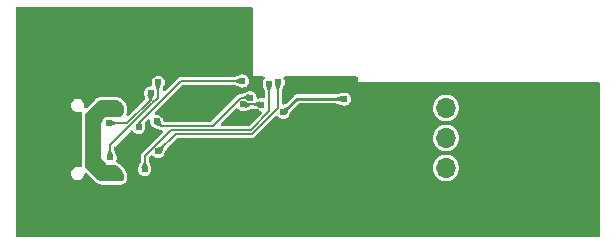
<source format=gbr>
%TF.GenerationSoftware,KiCad,Pcbnew,(7.0.0)*%
%TF.CreationDate,2023-09-28T18:00:51+08:00*%
%TF.ProjectId,PD_Fan,50445f46-616e-42e6-9b69-6361645f7063,rev?*%
%TF.SameCoordinates,Original*%
%TF.FileFunction,Copper,L2,Bot*%
%TF.FilePolarity,Positive*%
%FSLAX46Y46*%
G04 Gerber Fmt 4.6, Leading zero omitted, Abs format (unit mm)*
G04 Created by KiCad (PCBNEW (7.0.0)) date 2023-09-28 18:00:51*
%MOMM*%
%LPD*%
G01*
G04 APERTURE LIST*
%TA.AperFunction,ComponentPad*%
%ADD10O,1.600000X1.000000*%
%TD*%
%TA.AperFunction,ComponentPad*%
%ADD11O,2.100000X1.000000*%
%TD*%
%TA.AperFunction,ComponentPad*%
%ADD12R,1.700000X1.700000*%
%TD*%
%TA.AperFunction,ComponentPad*%
%ADD13O,1.700000X1.700000*%
%TD*%
%TA.AperFunction,ViaPad*%
%ADD14C,0.609600*%
%TD*%
%TA.AperFunction,Conductor*%
%ADD15C,0.177800*%
%TD*%
%TA.AperFunction,Conductor*%
%ADD16C,0.254000*%
%TD*%
G04 APERTURE END LIST*
D10*
%TO.P,J2,S1,SHIELD*%
%TO.N,GND*%
X1838999Y4151999D03*
D11*
X6018999Y4151999D03*
D10*
X1838999Y12891999D03*
D11*
X6018999Y12891999D03*
%TD*%
D12*
%TO.P,J1,1,Pin_1*%
%TO.N,GND*%
X36691199Y3571999D03*
D13*
%TO.P,J1,2,Pin_2*%
%TO.N,USB-VIN*%
X36691199Y6111999D03*
%TO.P,J1,3,Pin_3*%
%TO.N,/Sense*%
X36691199Y8651999D03*
%TO.P,J1,4,Pin_4*%
%TO.N,/Control*%
X36691199Y11191999D03*
%TD*%
D14*
%TO.N,GND*%
X22428200Y9271000D03*
X46990000Y12700000D03*
X44450000Y12700000D03*
X41910000Y12700000D03*
X39370000Y12700000D03*
X7620000Y1270000D03*
X5080000Y1270000D03*
X2540000Y1270000D03*
X16510000Y11954000D03*
X15494000Y11954000D03*
X15494000Y10938000D03*
X16510000Y10938000D03*
X16002000Y10430000D03*
X16002000Y11446000D03*
X16002000Y12462000D03*
X25908000Y4080000D03*
X23241000Y4080000D03*
X11430000Y4842000D03*
X13716000Y7763000D03*
X25781000Y13478000D03*
X28702000Y12589000D03*
X28194000Y13478000D03*
X34036000Y11700000D03*
X31750000Y11700000D03*
X34925000Y9795000D03*
X17399000Y4080000D03*
X14224000Y4080000D03*
X15748000Y4080000D03*
X21336000Y4080000D03*
X20193000Y4080000D03*
X19050000Y4080000D03*
X2540000Y9160000D03*
X2540000Y6620000D03*
X1270000Y5350000D03*
X3810000Y5350000D03*
X1270000Y7890000D03*
X3810000Y7890000D03*
X1270000Y10430000D03*
X3810000Y10430000D03*
X3810000Y13097000D03*
X44450000Y7890000D03*
X46990000Y7890000D03*
X46990000Y10430000D03*
X44450000Y10430000D03*
X41910000Y10430000D03*
X39370000Y10430000D03*
X41910000Y7890000D03*
X39370000Y7890000D03*
X46990000Y2810000D03*
X46990000Y5350000D03*
X44450000Y5350000D03*
X39370000Y5350000D03*
X41910000Y5350000D03*
X41910000Y2810000D03*
X44450000Y2810000D03*
X39370000Y2810000D03*
X6350000Y2810000D03*
X3810000Y2810000D03*
X1270000Y2810000D03*
X8890000Y15510000D03*
X6350000Y15510000D03*
X11430000Y15510000D03*
X13970000Y15510000D03*
X16510000Y15510000D03*
X19050000Y15510000D03*
X19050000Y18050000D03*
X16510000Y18050000D03*
X13970000Y18050000D03*
X11430000Y18050000D03*
X8890000Y18050000D03*
X6350000Y18050000D03*
X3810000Y15510000D03*
X1270000Y15510000D03*
X3810000Y18050000D03*
X1270000Y18050000D03*
X11176000Y8093200D03*
X10160000Y8093200D03*
%TO.N,USB-VIN*%
X9017000Y10938000D03*
X8382000Y10938000D03*
X8636000Y11496800D03*
X9017000Y5350000D03*
X8382000Y5350000D03*
X8382000Y5985000D03*
%TO.N,GND*%
X14224000Y5223000D03*
X15240000Y7763000D03*
X19177000Y8398000D03*
%TO.N,/C-USBDM*%
X10668000Y9541000D03*
%TO.N,GND*%
X22174200Y9880600D03*
X20066000Y10303000D03*
X20574000Y10811000D03*
%TO.N,/C-USBDM*%
X19431000Y13478000D03*
%TO.N,GND*%
X34163000Y7128000D03*
X32766000Y9922000D03*
X32766000Y9287000D03*
X32766000Y8652000D03*
X31496000Y6239000D03*
X30861000Y5985000D03*
X30861000Y6620000D03*
X30226000Y7509000D03*
X26619200Y8499600D03*
X25958800Y9160000D03*
X27279600Y9160000D03*
X26619200Y9160000D03*
X26619200Y9820400D03*
%TO.N,Net-(U3-VDCIA)*%
X28069607Y11951839D03*
X22913000Y10811000D03*
%TO.N,Net-(J2-CC2)*%
X12319000Y13351000D03*
X8255000Y7001000D03*
%TO.N,/C-USBDP*%
X21717000Y13261600D03*
X11176000Y5985000D03*
%TO.N,/VIN_DET*%
X12319000Y7509000D03*
%TO.N,Net-(J2-CC1)*%
X11684000Y12447000D03*
X8128000Y9922000D03*
%TO.N,/VIN_DET*%
X22479000Y13351000D03*
%TO.N,/CFG1*%
X12192000Y10049000D03*
X20090200Y12056801D03*
%TO.N,/CFG3*%
X19521099Y11487699D03*
X21052649Y11475351D03*
%TD*%
D15*
%TO.N,/C-USBDM*%
X14224000Y13478000D02*
X10668000Y9922000D01*
X10668000Y9922000D02*
X10668000Y9541000D01*
X19431000Y13478000D02*
X14224000Y13478000D01*
%TO.N,/C-USBDP*%
X11176000Y7138303D02*
X13375497Y9337800D01*
X11176000Y5985000D02*
X11176000Y7138303D01*
X21717000Y10896974D02*
X21717000Y13261600D01*
X20157826Y9337800D02*
X21717000Y10896974D01*
X13375497Y9337800D02*
X20157826Y9337800D01*
%TO.N,/VIN_DET*%
X13817600Y9007600D02*
X12319000Y7509000D01*
X20294599Y9007600D02*
X13817600Y9007600D01*
X22479000Y11192000D02*
X20294599Y9007600D01*
X22479000Y13351000D02*
X22479000Y11192000D01*
%TO.N,/CFG1*%
X16929096Y9668000D02*
X19317897Y12056801D01*
X12573000Y9668000D02*
X16929096Y9668000D01*
X12192000Y10049000D02*
X12573000Y9668000D01*
X19317897Y12056801D02*
X20090200Y12056801D01*
%TO.N,Net-(J2-CC1)*%
X11684000Y11903200D02*
X11684000Y12447000D01*
X9693026Y9922000D02*
X11674226Y11903200D01*
X11674226Y11903200D02*
X11684000Y11903200D01*
X8128000Y9922000D02*
X9693026Y9922000D01*
%TO.N,Net-(J2-CC2)*%
X12319000Y12070697D02*
X12319000Y13351000D01*
X11811000Y11573000D02*
X11821303Y11573000D01*
X11821303Y11573000D02*
X12319000Y12070697D01*
X8255000Y7001000D02*
X8255000Y8017000D01*
X8255000Y8017000D02*
X11811000Y11573000D01*
D16*
%TO.N,Net-(U3-VDCIA)*%
X24053839Y11951839D02*
X28069607Y11951839D01*
X22913000Y10811000D02*
X24053839Y11951839D01*
D15*
%TO.N,/CFG3*%
X21040301Y11487699D02*
X19521099Y11487699D01*
X21052649Y11475351D02*
X21040301Y11487699D01*
%TD*%
%TA.AperFunction,Conductor*%
%TO.N,GND*%
G36*
X20257000Y19728619D02*
G01*
X20303119Y19682500D01*
X20320000Y19619500D01*
X20320000Y13859000D01*
X21214917Y13859000D01*
X21281453Y13840000D01*
X21327923Y13788728D01*
X21340310Y13720650D01*
X21314880Y13656297D01*
X21228453Y13543663D01*
X21225296Y13536041D01*
X21225294Y13536038D01*
X21175254Y13415232D01*
X21172096Y13407607D01*
X21171018Y13399423D01*
X21171018Y13399421D01*
X21163566Y13342812D01*
X21152874Y13261600D01*
X21153952Y13253412D01*
X21171017Y13123783D01*
X21171018Y13123777D01*
X21172096Y13115593D01*
X21175255Y13107964D01*
X21175258Y13107956D01*
X21188352Y13076345D01*
X21195924Y13050592D01*
X21196785Y13045839D01*
X21196787Y13045829D01*
X21197874Y13039833D01*
X21200091Y13034160D01*
X21200093Y13034155D01*
X21297732Y12784379D01*
X21362627Y12618364D01*
X21364953Y12612415D01*
X21373600Y12566542D01*
X21373600Y12136364D01*
X21358727Y12076978D01*
X21317621Y12031611D01*
X21259984Y12010974D01*
X21214983Y12017634D01*
X21214266Y12014957D01*
X21206283Y12017095D01*
X21198656Y12020255D01*
X21052649Y12039477D01*
X20906642Y12020255D01*
X20899015Y12017095D01*
X20899012Y12017095D01*
X20872022Y12005915D01*
X20844054Y11997961D01*
X20835939Y11996640D01*
X20818107Y11990083D01*
X20762586Y11982920D01*
X20709438Y12000517D01*
X20669161Y12039402D01*
X20649705Y12091894D01*
X20635104Y12202808D01*
X20578747Y12338864D01*
X20489097Y12455698D01*
X20372263Y12545348D01*
X20236207Y12601705D01*
X20090200Y12620927D01*
X19944193Y12601705D01*
X19904939Y12585445D01*
X19879180Y12577873D01*
X19868432Y12575927D01*
X19622440Y12479768D01*
X19441013Y12408848D01*
X19395140Y12400201D01*
X19338389Y12400201D01*
X19327407Y12400680D01*
X19287506Y12404171D01*
X19248800Y12393799D01*
X19238083Y12391424D01*
X19220991Y12388410D01*
X19209491Y12386383D01*
X19209490Y12386382D01*
X19198636Y12384469D01*
X19189089Y12378957D01*
X19185058Y12377490D01*
X19181178Y12375680D01*
X19170531Y12372828D01*
X19161503Y12366506D01*
X19161502Y12366506D01*
X19137714Y12349849D01*
X19128442Y12343942D01*
X19093759Y12323918D01*
X19086674Y12315475D01*
X19086672Y12315473D01*
X19068010Y12293232D01*
X19060584Y12285129D01*
X16823760Y10048305D01*
X16782883Y10020991D01*
X16734665Y10011400D01*
X12902937Y10011400D01*
X12854790Y10020962D01*
X12813951Y10048196D01*
X12786617Y10088968D01*
X12764339Y10142473D01*
X12717645Y10254620D01*
X12710382Y10265454D01*
X12698635Y10287394D01*
X12690591Y10306814D01*
X12680547Y10331063D01*
X12590897Y10447897D01*
X12474063Y10537547D01*
X12338007Y10593904D01*
X12192000Y10613126D01*
X12160128Y10608930D01*
X12098529Y10616221D01*
X12047872Y10652021D01*
X12020436Y10707655D01*
X12022872Y10769638D01*
X12054588Y10822947D01*
X14329336Y13097695D01*
X14370213Y13125009D01*
X14418431Y13134600D01*
X18735942Y13134600D01*
X18781814Y13125953D01*
X18827854Y13107956D01*
X19203555Y12961093D01*
X19203560Y12961091D01*
X19209233Y12958874D01*
X19215229Y12957787D01*
X19215239Y12957785D01*
X19219992Y12956924D01*
X19245745Y12949352D01*
X19277356Y12936258D01*
X19277364Y12936255D01*
X19284993Y12933096D01*
X19293177Y12932018D01*
X19293183Y12932017D01*
X19422812Y12914952D01*
X19431000Y12913874D01*
X19439188Y12914952D01*
X19568821Y12932018D01*
X19568823Y12932018D01*
X19577007Y12933096D01*
X19584629Y12936253D01*
X19584632Y12936254D01*
X19705438Y12986294D01*
X19705441Y12986296D01*
X19713063Y12989453D01*
X19829897Y13079103D01*
X19919547Y13195937D01*
X19975904Y13331993D01*
X19995126Y13478000D01*
X19975904Y13624007D01*
X19919547Y13760063D01*
X19829897Y13876897D01*
X19713063Y13966547D01*
X19577007Y14022904D01*
X19431000Y14042126D01*
X19284993Y14022904D01*
X19245739Y14006644D01*
X19219980Y13999072D01*
X19209232Y13997126D01*
X18793256Y13834520D01*
X18781813Y13830047D01*
X18735940Y13821400D01*
X14244469Y13821400D01*
X14233487Y13821880D01*
X14232881Y13821932D01*
X14193609Y13825369D01*
X14154914Y13815000D01*
X14144197Y13812625D01*
X14104739Y13805668D01*
X14095188Y13800154D01*
X14091169Y13798691D01*
X14087283Y13796879D01*
X14076634Y13794026D01*
X14067605Y13787704D01*
X14043818Y13771048D01*
X14034548Y13765143D01*
X13999862Y13745117D01*
X13989695Y13733000D01*
X13974113Y13714431D01*
X13966687Y13706328D01*
X12909770Y12649411D01*
X12850580Y12616106D01*
X12782702Y12618364D01*
X12725856Y12655528D01*
X12696559Y12716801D01*
X12703322Y12784379D01*
X12724809Y12839347D01*
X12838126Y13129232D01*
X12840072Y13139980D01*
X12847644Y13165739D01*
X12863904Y13204993D01*
X12883126Y13351000D01*
X12863904Y13497007D01*
X12807547Y13633063D01*
X12717897Y13749897D01*
X12601063Y13839547D01*
X12465007Y13895904D01*
X12319000Y13915126D01*
X12172993Y13895904D01*
X12036937Y13839547D01*
X11920103Y13749897D01*
X11830453Y13633063D01*
X11827296Y13625441D01*
X11827294Y13625438D01*
X11790263Y13536038D01*
X11774096Y13497007D01*
X11773018Y13488823D01*
X11773018Y13488821D01*
X11763330Y13415232D01*
X11754874Y13351000D01*
X11755952Y13342812D01*
X11773017Y13213183D01*
X11773018Y13213181D01*
X11774096Y13204993D01*
X11777255Y13197366D01*
X11777257Y13197359D01*
X11782749Y13184101D01*
X11792068Y13127643D01*
X11775456Y13072886D01*
X11736339Y13031122D01*
X11682784Y13010966D01*
X11664402Y13008545D01*
X11537993Y12991904D01*
X11401937Y12935547D01*
X11285103Y12845897D01*
X11195453Y12729063D01*
X11192296Y12721441D01*
X11192294Y12721438D01*
X11142254Y12600632D01*
X11139096Y12593007D01*
X11138018Y12584823D01*
X11138018Y12584821D01*
X11126423Y12496743D01*
X11119874Y12447000D01*
X11120952Y12438812D01*
X11138017Y12309183D01*
X11138018Y12309177D01*
X11139096Y12300993D01*
X11142255Y12293365D01*
X11142256Y12293363D01*
X11142673Y12292356D01*
X11153335Y12266615D01*
X11155743Y12260803D01*
X11163241Y12235449D01*
X11165307Y12224251D01*
X11167556Y12218562D01*
X11167558Y12218556D01*
X11232456Y12054415D01*
X11241275Y12006728D01*
X11231429Y11959242D01*
X11204377Y11918992D01*
X9840874Y10555489D01*
X9784771Y10522980D01*
X9719930Y10522676D01*
X9663524Y10554656D01*
X9630490Y10610452D01*
X9629655Y10669716D01*
X9628401Y10669966D01*
X9633983Y10698030D01*
X9650093Y10779017D01*
X9653830Y10804210D01*
X9656251Y10828792D01*
X9657500Y10854226D01*
X9657500Y11275774D01*
X9656251Y11301208D01*
X9653830Y11325790D01*
X9650093Y11350983D01*
X9628401Y11460033D01*
X9613633Y11508714D01*
X9594819Y11554134D01*
X9570839Y11598996D01*
X9509066Y11691446D01*
X9493892Y11711906D01*
X9478222Y11730999D01*
X9461124Y11749863D01*
X9320863Y11890124D01*
X9301999Y11907222D01*
X9282906Y11922892D01*
X9262446Y11938066D01*
X9169996Y11999839D01*
X9125134Y12023819D01*
X9079714Y12042633D01*
X9031033Y12057401D01*
X8921983Y12079093D01*
X8896790Y12082830D01*
X8872208Y12085251D01*
X8846774Y12086500D01*
X7409226Y12086500D01*
X7383792Y12085251D01*
X7359210Y12082830D01*
X7334017Y12079093D01*
X7224966Y12057401D01*
X7176285Y12042633D01*
X7130865Y12023819D01*
X7086003Y11999839D01*
X6993553Y11938066D01*
X6973093Y11922892D01*
X6954000Y11907222D01*
X6935136Y11890124D01*
X6934016Y11889004D01*
X6273175Y11228163D01*
X6219866Y11196447D01*
X6157883Y11194011D01*
X6102249Y11221447D01*
X6066449Y11272104D01*
X6059158Y11333705D01*
X6066269Y11387713D01*
X6069466Y11412000D01*
X6049687Y11562236D01*
X5991698Y11702233D01*
X5899451Y11822451D01*
X5779233Y11914698D01*
X5639236Y11972687D01*
X5526720Y11987500D01*
X5451280Y11987500D01*
X5338764Y11972687D01*
X5198767Y11914698D01*
X5192213Y11909669D01*
X5166742Y11890124D01*
X5078549Y11822451D01*
X5073522Y11815900D01*
X4994641Y11713100D01*
X4986302Y11702233D01*
X4983142Y11694606D01*
X4983141Y11694603D01*
X4943094Y11597920D01*
X4928313Y11562236D01*
X4927235Y11554053D01*
X4927234Y11554047D01*
X4914457Y11456993D01*
X4908534Y11412000D01*
X4909612Y11403813D01*
X4909612Y11403812D01*
X4927234Y11269952D01*
X4927236Y11269944D01*
X4928313Y11261764D01*
X4931472Y11254137D01*
X4931473Y11254134D01*
X4983141Y11129396D01*
X4983144Y11129390D01*
X4986302Y11121767D01*
X4991326Y11115218D01*
X4991330Y11115213D01*
X5073522Y11008099D01*
X5073526Y11008094D01*
X5078549Y11001549D01*
X5085094Y10996526D01*
X5085099Y10996522D01*
X5192213Y10914330D01*
X5192218Y10914326D01*
X5198767Y10909302D01*
X5206390Y10906144D01*
X5206396Y10906141D01*
X5331134Y10854473D01*
X5331137Y10854472D01*
X5338764Y10851313D01*
X5346944Y10850236D01*
X5346952Y10850234D01*
X5447192Y10837038D01*
X5447194Y10837037D01*
X5451280Y10836500D01*
X5522598Y10836500D01*
X5526720Y10836500D01*
X5530807Y10837038D01*
X5631047Y10850234D01*
X5631053Y10850235D01*
X5639236Y10851313D01*
X5646865Y10854473D01*
X5705181Y10878628D01*
X5774940Y10886364D01*
X5838015Y10855580D01*
X5874834Y10795827D01*
X5873974Y10725646D01*
X5866498Y10701002D01*
X5866490Y10700973D01*
X5865598Y10698030D01*
X5843907Y10588980D01*
X5840171Y10563790D01*
X5840020Y10562263D01*
X5840019Y10562250D01*
X5839137Y10553288D01*
X5837750Y10539209D01*
X5837674Y10537678D01*
X5837674Y10537668D01*
X5837336Y10530787D01*
X5836500Y10513774D01*
X5836500Y6409226D01*
X5837750Y6383791D01*
X5837899Y6382275D01*
X5837901Y6382252D01*
X5840019Y6360750D01*
X5840171Y6359210D01*
X5840395Y6357697D01*
X5840398Y6357676D01*
X5843676Y6335576D01*
X5843679Y6335556D01*
X5843907Y6334022D01*
X5844209Y6332500D01*
X5844213Y6332481D01*
X5846934Y6318800D01*
X5841987Y6251772D01*
X5803284Y6196823D01*
X5741839Y6169588D01*
X5675135Y6177816D01*
X5639236Y6192687D01*
X5526720Y6207500D01*
X5451280Y6207500D01*
X5338764Y6192687D01*
X5198767Y6134698D01*
X5192213Y6129669D01*
X5161620Y6106194D01*
X5078549Y6042451D01*
X5073522Y6035900D01*
X4996207Y5935141D01*
X4986302Y5922233D01*
X4983142Y5914606D01*
X4983141Y5914603D01*
X4950691Y5836262D01*
X4928313Y5782236D01*
X4927235Y5774053D01*
X4927234Y5774047D01*
X4914551Y5677707D01*
X4908534Y5632000D01*
X4909612Y5623812D01*
X4927234Y5489952D01*
X4927236Y5489944D01*
X4928313Y5481764D01*
X4931472Y5474137D01*
X4931473Y5474134D01*
X4983141Y5349396D01*
X4983144Y5349390D01*
X4986302Y5341767D01*
X4991326Y5335218D01*
X4991330Y5335213D01*
X5073522Y5228099D01*
X5073526Y5228094D01*
X5078549Y5221549D01*
X5085094Y5216526D01*
X5085099Y5216522D01*
X5192213Y5134330D01*
X5192218Y5134326D01*
X5198767Y5129302D01*
X5206390Y5126144D01*
X5206396Y5126141D01*
X5331134Y5074473D01*
X5331137Y5074472D01*
X5338764Y5071313D01*
X5346944Y5070236D01*
X5346952Y5070234D01*
X5447192Y5057038D01*
X5447194Y5057037D01*
X5451280Y5056500D01*
X5522598Y5056500D01*
X5526720Y5056500D01*
X5530807Y5057038D01*
X5631047Y5070234D01*
X5631053Y5070235D01*
X5639236Y5071313D01*
X5659793Y5079828D01*
X5771603Y5126141D01*
X5771606Y5126142D01*
X5779233Y5129302D01*
X5801825Y5146637D01*
X5892900Y5216522D01*
X5899451Y5221549D01*
X5991698Y5341767D01*
X6049687Y5481764D01*
X6067125Y5614219D01*
X6094648Y5677707D01*
X6151546Y5717086D01*
X6220659Y5720482D01*
X6281142Y5686869D01*
X7062141Y4905870D01*
X7063266Y4904849D01*
X7063279Y4904838D01*
X7079879Y4889792D01*
X7079903Y4889770D01*
X7081010Y4888768D01*
X7082179Y4887807D01*
X7082196Y4887794D01*
X7098907Y4874080D01*
X7100093Y4873107D01*
X7101309Y4872204D01*
X7101331Y4872188D01*
X7119303Y4858859D01*
X7119319Y4858847D01*
X7120547Y4857937D01*
X7121798Y4857100D01*
X7121828Y4857080D01*
X7210424Y4797882D01*
X7210432Y4797876D01*
X7213005Y4796158D01*
X7215732Y4794699D01*
X7215746Y4794692D01*
X7255125Y4773643D01*
X7255135Y4773637D01*
X7257867Y4772178D01*
X7260725Y4770994D01*
X7260738Y4770988D01*
X7300426Y4754548D01*
X7300444Y4754541D01*
X7303282Y4753366D01*
X7306211Y4752477D01*
X7306235Y4752469D01*
X7349003Y4739497D01*
X7349010Y4739495D01*
X7351968Y4738598D01*
X7355001Y4737994D01*
X7355008Y4737993D01*
X7459483Y4717212D01*
X7459526Y4717204D01*
X7461022Y4716907D01*
X7462555Y4716679D01*
X7462576Y4716676D01*
X7484676Y4713398D01*
X7484697Y4713395D01*
X7486210Y4713171D01*
X7487736Y4713020D01*
X7487750Y4713019D01*
X7509252Y4710901D01*
X7509275Y4710899D01*
X7510791Y4710750D01*
X7512318Y4710674D01*
X7512331Y4710674D01*
X7534675Y4709576D01*
X7534684Y4709575D01*
X7536226Y4709500D01*
X9167237Y4709500D01*
X9168787Y4709500D01*
X9170330Y4709575D01*
X9170337Y4709576D01*
X9192686Y4710674D01*
X9192705Y4710675D01*
X9194223Y4710750D01*
X9195719Y4710897D01*
X9195755Y4710900D01*
X9217250Y4713018D01*
X9217251Y4713018D01*
X9218803Y4713171D01*
X9220336Y4713398D01*
X9220349Y4713400D01*
X9242434Y4716676D01*
X9242441Y4716677D01*
X9243990Y4716907D01*
X9245492Y4717205D01*
X9245528Y4717212D01*
X9287167Y4725494D01*
X9287185Y4725498D01*
X9290204Y4726099D01*
X9293168Y4726998D01*
X9335924Y4739966D01*
X9335939Y4739971D01*
X9338885Y4740865D01*
X9341735Y4742045D01*
X9341742Y4742048D01*
X9381444Y4758493D01*
X9384305Y4759678D01*
X9410433Y4773643D01*
X9426443Y4782200D01*
X9426449Y4782204D01*
X9429170Y4783658D01*
X9457829Y4802807D01*
X9497154Y4835081D01*
X9531919Y4869846D01*
X9564194Y4909173D01*
X9569739Y4917472D01*
X9581618Y4935250D01*
X9581622Y4935257D01*
X9583342Y4937831D01*
X9607319Y4982691D01*
X9626132Y5028109D01*
X9640900Y5076789D01*
X9650093Y5123004D01*
X9653830Y5148197D01*
X9656251Y5172779D01*
X9657500Y5198213D01*
X9657500Y5560774D01*
X9656251Y5586208D01*
X9653830Y5610790D01*
X9650093Y5635983D01*
X9628401Y5745033D01*
X9613633Y5793714D01*
X9594819Y5839134D01*
X9570839Y5883996D01*
X9509066Y5976446D01*
X9493892Y5996906D01*
X9478222Y6015999D01*
X9461124Y6034863D01*
X9066863Y6429124D01*
X9047999Y6446222D01*
X9028906Y6461892D01*
X9008446Y6477066D01*
X8915996Y6538839D01*
X8871134Y6562819D01*
X8825714Y6581633D01*
X8826048Y6582441D01*
X8774231Y6618919D01*
X8746982Y6680370D01*
X8755208Y6747087D01*
X8796744Y6847364D01*
X8799904Y6854993D01*
X8819126Y7001000D01*
X8799904Y7147007D01*
X8783645Y7186257D01*
X8776073Y7212014D01*
X8774126Y7222767D01*
X8607046Y7650187D01*
X8598400Y7696060D01*
X8598400Y7822569D01*
X8607991Y7870787D01*
X8635305Y7911664D01*
X9992381Y9268740D01*
X10054204Y9302658D01*
X10124570Y9298046D01*
X10181438Y9256349D01*
X10264076Y9148653D01*
X10264080Y9148648D01*
X10269103Y9142103D01*
X10275648Y9137080D01*
X10275652Y9137077D01*
X10379386Y9057479D01*
X10379390Y9057476D01*
X10385937Y9052453D01*
X10393554Y9049297D01*
X10393561Y9049294D01*
X10514367Y8999254D01*
X10514372Y8999252D01*
X10521993Y8996096D01*
X10530174Y8995018D01*
X10530178Y8995018D01*
X10659812Y8977952D01*
X10668000Y8976874D01*
X10676188Y8977952D01*
X10805821Y8995018D01*
X10805823Y8995018D01*
X10814007Y8996096D01*
X10821629Y8999253D01*
X10821632Y8999254D01*
X10942438Y9049294D01*
X10942441Y9049296D01*
X10950063Y9052453D01*
X11066897Y9142103D01*
X11156547Y9258937D01*
X11212904Y9394993D01*
X11232126Y9541000D01*
X11227707Y9574557D01*
X11226658Y9588330D01*
X11226561Y9592887D01*
X11226465Y9597432D01*
X11218536Y9644802D01*
X11217886Y9649159D01*
X11213983Y9678811D01*
X11213982Y9678811D01*
X11212904Y9687007D01*
X11210847Y9691969D01*
X11209953Y9696089D01*
X11206490Y9716783D01*
X11180204Y9873849D01*
X11184474Y9933057D01*
X11215381Y9983740D01*
X11418052Y10186411D01*
X11471360Y10218127D01*
X11533343Y10220563D01*
X11588976Y10193128D01*
X11624777Y10142473D01*
X11632069Y10080873D01*
X11628952Y10057193D01*
X11628952Y10057188D01*
X11627874Y10049000D01*
X11628952Y10040812D01*
X11642506Y9937852D01*
X11647096Y9902993D01*
X11650252Y9895372D01*
X11650254Y9895367D01*
X11700294Y9774561D01*
X11700297Y9774554D01*
X11703453Y9766937D01*
X11708476Y9760390D01*
X11708479Y9760386D01*
X11788077Y9656652D01*
X11788080Y9656648D01*
X11793103Y9650103D01*
X11799648Y9645080D01*
X11799652Y9645077D01*
X11903383Y9565481D01*
X11903388Y9565477D01*
X11909937Y9560453D01*
X11917559Y9557295D01*
X11917569Y9557290D01*
X11954138Y9542142D01*
X11961467Y9538828D01*
X12001781Y9519025D01*
X12001804Y9519015D01*
X12005661Y9517121D01*
X12009749Y9515766D01*
X12009751Y9515766D01*
X12326290Y9410906D01*
X12349670Y9400416D01*
X12383547Y9380856D01*
X12392809Y9374955D01*
X12416602Y9358296D01*
X12416610Y9358291D01*
X12425634Y9351974D01*
X12436272Y9349122D01*
X12440173Y9347304D01*
X12444201Y9345837D01*
X12453739Y9340332D01*
X12464583Y9338419D01*
X12464594Y9338416D01*
X12493203Y9333372D01*
X12503930Y9330994D01*
X12531962Y9323483D01*
X12531966Y9323482D01*
X12542609Y9320631D01*
X12553583Y9321591D01*
X12553585Y9321591D01*
X12559470Y9322106D01*
X12619684Y9312568D01*
X12668372Y9275879D01*
X12694136Y9220627D01*
X12690945Y9159746D01*
X12659546Y9107490D01*
X10947669Y7395613D01*
X10939565Y7388186D01*
X10917327Y7369527D01*
X10917325Y7369524D01*
X10908883Y7362441D01*
X10888851Y7327746D01*
X10882953Y7318488D01*
X10859973Y7285669D01*
X10857120Y7275025D01*
X10855309Y7271141D01*
X10853840Y7267105D01*
X10848332Y7257564D01*
X10846418Y7246712D01*
X10846418Y7246711D01*
X10841376Y7218116D01*
X10838997Y7207385D01*
X10836678Y7198728D01*
X10828630Y7168694D01*
X10829590Y7157716D01*
X10829590Y7157712D01*
X10832121Y7128793D01*
X10832600Y7117811D01*
X10832600Y6680058D01*
X10823953Y6634185D01*
X10796056Y6562819D01*
X10674467Y6251772D01*
X10656874Y6206767D01*
X10655788Y6200772D01*
X10654924Y6196004D01*
X10647352Y6170256D01*
X10634257Y6138642D01*
X10634254Y6138631D01*
X10631096Y6131007D01*
X10630018Y6122824D01*
X10630017Y6122818D01*
X10616108Y6017163D01*
X10611874Y5985000D01*
X10612952Y5976812D01*
X10624831Y5886576D01*
X10631096Y5838993D01*
X10634252Y5831372D01*
X10634254Y5831367D01*
X10684294Y5710561D01*
X10684297Y5710554D01*
X10687453Y5702937D01*
X10692476Y5696390D01*
X10692479Y5696386D01*
X10772077Y5592652D01*
X10772080Y5592648D01*
X10777103Y5586103D01*
X10783648Y5581080D01*
X10783652Y5581077D01*
X10887386Y5501479D01*
X10887390Y5501476D01*
X10893937Y5496453D01*
X10901554Y5493297D01*
X10901561Y5493294D01*
X11022367Y5443254D01*
X11022372Y5443252D01*
X11029993Y5440096D01*
X11038174Y5439018D01*
X11038178Y5439018D01*
X11167812Y5421952D01*
X11176000Y5420874D01*
X11184188Y5421952D01*
X11313821Y5439018D01*
X11313823Y5439018D01*
X11322007Y5440096D01*
X11329629Y5443253D01*
X11329632Y5443254D01*
X11450438Y5493294D01*
X11450441Y5493296D01*
X11458063Y5496453D01*
X11574897Y5586103D01*
X11664547Y5702937D01*
X11720904Y5838993D01*
X11740126Y5985000D01*
X11723406Y6112000D01*
X35581968Y6112000D01*
X35582506Y6106194D01*
X35600316Y5913984D01*
X35600318Y5913972D01*
X35600855Y5908179D01*
X35602449Y5902575D01*
X35602450Y5902572D01*
X35655276Y5716906D01*
X35655278Y5716899D01*
X35656872Y5711299D01*
X35659470Y5706081D01*
X35659471Y5706079D01*
X35745514Y5533281D01*
X35745517Y5533274D01*
X35748112Y5528065D01*
X35751618Y5523421D01*
X35751622Y5523416D01*
X35867955Y5369365D01*
X35867963Y5369355D01*
X35871468Y5364715D01*
X35875765Y5360797D01*
X35875773Y5360789D01*
X36018435Y5230736D01*
X36018439Y5230732D01*
X36022738Y5226814D01*
X36027681Y5223752D01*
X36027691Y5223746D01*
X36191812Y5122127D01*
X36191817Y5122124D01*
X36196773Y5119056D01*
X36202208Y5116950D01*
X36202211Y5116949D01*
X36382210Y5047216D01*
X36382221Y5047212D01*
X36387644Y5045112D01*
X36393357Y5044043D01*
X36393368Y5044041D01*
X36583126Y5008570D01*
X36583131Y5008569D01*
X36588853Y5007500D01*
X36787719Y5007500D01*
X36793547Y5007500D01*
X36799269Y5008569D01*
X36799273Y5008570D01*
X36989031Y5044041D01*
X36989039Y5044043D01*
X36994756Y5045112D01*
X37000181Y5047213D01*
X37000189Y5047216D01*
X37180188Y5116949D01*
X37185627Y5119056D01*
X37202175Y5129302D01*
X37354708Y5223746D01*
X37354712Y5223749D01*
X37359662Y5226814D01*
X37478570Y5335213D01*
X37506626Y5360789D01*
X37506629Y5360792D01*
X37510932Y5364715D01*
X37554156Y5421952D01*
X37630777Y5523416D01*
X37634288Y5528065D01*
X37725528Y5711299D01*
X37781545Y5908179D01*
X37789878Y5998100D01*
X37799894Y6106194D01*
X37800432Y6112000D01*
X37781545Y6315821D01*
X37725528Y6512701D01*
X37634288Y6695935D01*
X37510932Y6859285D01*
X37359662Y6997186D01*
X37185627Y7104944D01*
X36994756Y7178888D01*
X36793547Y7216500D01*
X36588853Y7216500D01*
X36387644Y7178888D01*
X36196773Y7104944D01*
X36191812Y7101872D01*
X36028898Y7001000D01*
X36022738Y6997186D01*
X36018435Y6993263D01*
X35875773Y6863210D01*
X35875770Y6863207D01*
X35871468Y6859285D01*
X35867959Y6854638D01*
X35867955Y6854634D01*
X35786740Y6747087D01*
X35748112Y6695935D01*
X35745515Y6690719D01*
X35745514Y6690718D01*
X35740207Y6680060D01*
X35656872Y6512701D01*
X35655277Y6507096D01*
X35655276Y6507093D01*
X35620632Y6385331D01*
X35600855Y6315821D01*
X35600317Y6310025D01*
X35600316Y6310015D01*
X35587366Y6170256D01*
X35581968Y6112000D01*
X11723406Y6112000D01*
X11720904Y6131007D01*
X11704645Y6170257D01*
X11697073Y6196014D01*
X11695126Y6206767D01*
X11528046Y6634187D01*
X11519400Y6680060D01*
X11519400Y6943872D01*
X11528991Y6992090D01*
X11556305Y7032967D01*
X11694048Y7170710D01*
X11755871Y7204628D01*
X11826237Y7200016D01*
X11883104Y7158320D01*
X11920103Y7110103D01*
X11926648Y7105080D01*
X11926652Y7105077D01*
X12030386Y7025479D01*
X12030390Y7025476D01*
X12036937Y7020453D01*
X12044554Y7017297D01*
X12044561Y7017294D01*
X12165367Y6967254D01*
X12165372Y6967252D01*
X12172993Y6964096D01*
X12181174Y6963018D01*
X12181178Y6963018D01*
X12310812Y6945952D01*
X12319000Y6944874D01*
X12327188Y6945952D01*
X12456821Y6963018D01*
X12456823Y6963018D01*
X12465007Y6964096D01*
X12472629Y6967253D01*
X12472632Y6967254D01*
X12593438Y7017294D01*
X12593441Y7017296D01*
X12601063Y7020453D01*
X12717897Y7110103D01*
X12807547Y7226937D01*
X12823804Y7266184D01*
X12836660Y7289748D01*
X12842891Y7298736D01*
X13026977Y7719108D01*
X13053300Y7757659D01*
X13922936Y8627295D01*
X13959908Y8652000D01*
X35581968Y8652000D01*
X35582506Y8646194D01*
X35600316Y8453984D01*
X35600318Y8453972D01*
X35600855Y8448179D01*
X35602449Y8442575D01*
X35602450Y8442572D01*
X35655276Y8256906D01*
X35655278Y8256899D01*
X35656872Y8251299D01*
X35659470Y8246081D01*
X35659471Y8246079D01*
X35745514Y8073281D01*
X35745517Y8073274D01*
X35748112Y8068065D01*
X35751618Y8063421D01*
X35751622Y8063416D01*
X35867955Y7909365D01*
X35867963Y7909355D01*
X35871468Y7904715D01*
X35875765Y7900797D01*
X35875773Y7900789D01*
X36018435Y7770736D01*
X36018439Y7770732D01*
X36022738Y7766814D01*
X36027681Y7763752D01*
X36027691Y7763746D01*
X36191812Y7662127D01*
X36191817Y7662124D01*
X36196773Y7659056D01*
X36202208Y7656950D01*
X36202211Y7656949D01*
X36382210Y7587216D01*
X36382221Y7587212D01*
X36387644Y7585112D01*
X36393357Y7584043D01*
X36393368Y7584041D01*
X36583126Y7548570D01*
X36583131Y7548569D01*
X36588853Y7547500D01*
X36787719Y7547500D01*
X36793547Y7547500D01*
X36799269Y7548569D01*
X36799273Y7548570D01*
X36989031Y7584041D01*
X36989039Y7584043D01*
X36994756Y7585112D01*
X37000181Y7587213D01*
X37000189Y7587216D01*
X37180188Y7656949D01*
X37185627Y7659056D01*
X37190587Y7662127D01*
X37354708Y7763746D01*
X37354712Y7763749D01*
X37359662Y7766814D01*
X37478072Y7874759D01*
X37506626Y7900789D01*
X37506629Y7900792D01*
X37510932Y7904715D01*
X37634288Y8068065D01*
X37725528Y8251299D01*
X37781545Y8448179D01*
X37800432Y8652000D01*
X37799301Y8664200D01*
X37782083Y8850015D01*
X37781545Y8855821D01*
X37725528Y9052701D01*
X37634288Y9235935D01*
X37510932Y9399285D01*
X37359662Y9537186D01*
X37185627Y9644944D01*
X36994756Y9718888D01*
X36793547Y9756500D01*
X36588853Y9756500D01*
X36387644Y9718888D01*
X36196773Y9644944D01*
X36191812Y9641872D01*
X36028898Y9541000D01*
X36022738Y9537186D01*
X35987596Y9505150D01*
X35875773Y9403210D01*
X35875770Y9403207D01*
X35871468Y9399285D01*
X35867959Y9394638D01*
X35867955Y9394634D01*
X35795016Y9298046D01*
X35748112Y9235935D01*
X35656872Y9052701D01*
X35655277Y9047096D01*
X35655276Y9047093D01*
X35640460Y8995018D01*
X35600855Y8855821D01*
X35600317Y8850025D01*
X35600316Y8850015D01*
X35583054Y8663721D01*
X35581968Y8652000D01*
X13959908Y8652000D01*
X13963813Y8654609D01*
X14012031Y8664200D01*
X20274107Y8664200D01*
X20285089Y8663721D01*
X20314008Y8661190D01*
X20314012Y8661190D01*
X20324990Y8660230D01*
X20335636Y8663082D01*
X20335639Y8663083D01*
X20363681Y8670597D01*
X20374412Y8672976D01*
X20403007Y8678018D01*
X20403008Y8678018D01*
X20413860Y8679932D01*
X20423401Y8685440D01*
X20427437Y8686909D01*
X20431321Y8688720D01*
X20441965Y8691573D01*
X20474784Y8714553D01*
X20484042Y8720451D01*
X20518737Y8740483D01*
X20544479Y8771161D01*
X20551905Y8779265D01*
X22269510Y10496869D01*
X22331333Y10530787D01*
X22401699Y10526175D01*
X22458566Y10484479D01*
X22514103Y10412103D01*
X22520648Y10407080D01*
X22520652Y10407077D01*
X22624386Y10327479D01*
X22624390Y10327476D01*
X22630937Y10322453D01*
X22638554Y10319297D01*
X22638561Y10319294D01*
X22759367Y10269254D01*
X22759372Y10269252D01*
X22766993Y10266096D01*
X22775174Y10265018D01*
X22775178Y10265018D01*
X22904812Y10247952D01*
X22913000Y10246874D01*
X22921188Y10247952D01*
X23050821Y10265018D01*
X23050823Y10265018D01*
X23059007Y10266096D01*
X23066629Y10269253D01*
X23066632Y10269254D01*
X23187438Y10319294D01*
X23187441Y10319296D01*
X23195063Y10322453D01*
X23311897Y10412103D01*
X23401547Y10528937D01*
X23411634Y10553290D01*
X23423559Y10573655D01*
X23422769Y10574167D01*
X23425928Y10579053D01*
X23429535Y10583640D01*
X23644250Y10994564D01*
X23666828Y11025305D01*
X23833523Y11192000D01*
X35581968Y11192000D01*
X35582506Y11186194D01*
X35600316Y10993984D01*
X35600318Y10993972D01*
X35600855Y10988179D01*
X35602449Y10982575D01*
X35602450Y10982572D01*
X35655276Y10796906D01*
X35655278Y10796899D01*
X35656872Y10791299D01*
X35659470Y10786081D01*
X35659471Y10786079D01*
X35745514Y10613281D01*
X35745517Y10613274D01*
X35748112Y10608065D01*
X35751618Y10603421D01*
X35751622Y10603416D01*
X35867955Y10449365D01*
X35867963Y10449355D01*
X35871468Y10444715D01*
X35875765Y10440797D01*
X35875773Y10440789D01*
X36018435Y10310736D01*
X36018439Y10310732D01*
X36022738Y10306814D01*
X36027681Y10303752D01*
X36027691Y10303746D01*
X36191812Y10202127D01*
X36191817Y10202124D01*
X36196773Y10199056D01*
X36202208Y10196950D01*
X36202211Y10196949D01*
X36382210Y10127216D01*
X36382221Y10127212D01*
X36387644Y10125112D01*
X36393357Y10124043D01*
X36393368Y10124041D01*
X36583126Y10088570D01*
X36583131Y10088569D01*
X36588853Y10087500D01*
X36787719Y10087500D01*
X36793547Y10087500D01*
X36799269Y10088569D01*
X36799273Y10088570D01*
X36989031Y10124041D01*
X36989039Y10124043D01*
X36994756Y10125112D01*
X37000181Y10127213D01*
X37000189Y10127216D01*
X37180188Y10196949D01*
X37185627Y10199056D01*
X37275366Y10254620D01*
X37354708Y10303746D01*
X37354712Y10303749D01*
X37359662Y10306814D01*
X37425546Y10366875D01*
X37506626Y10440789D01*
X37506629Y10440792D01*
X37510932Y10444715D01*
X37540961Y10484479D01*
X37593955Y10554656D01*
X37634288Y10608065D01*
X37725528Y10791299D01*
X37781545Y10988179D01*
X37782137Y10994562D01*
X37799894Y11186194D01*
X37800432Y11192000D01*
X37781545Y11395821D01*
X37725528Y11592701D01*
X37634288Y11775935D01*
X37510932Y11939285D01*
X37359662Y12077186D01*
X37185627Y12184944D01*
X36994756Y12258888D01*
X36793547Y12296500D01*
X36588853Y12296500D01*
X36387644Y12258888D01*
X36196773Y12184944D01*
X36191812Y12181872D01*
X36031479Y12082598D01*
X36022738Y12077186D01*
X35985819Y12043530D01*
X35875773Y11943210D01*
X35875770Y11943207D01*
X35871468Y11939285D01*
X35867959Y11934638D01*
X35867955Y11934634D01*
X35783239Y11822451D01*
X35748112Y11775935D01*
X35745515Y11770719D01*
X35745514Y11770718D01*
X35734548Y11748695D01*
X35656872Y11592701D01*
X35655277Y11587096D01*
X35655276Y11587093D01*
X35632134Y11505756D01*
X35600855Y11395821D01*
X35600317Y11390025D01*
X35600316Y11390015D01*
X35585319Y11228163D01*
X35581968Y11192000D01*
X23833523Y11192000D01*
X24174957Y11533434D01*
X24215834Y11560748D01*
X24264052Y11570339D01*
X27385033Y11570339D01*
X27422738Y11564565D01*
X27859565Y11427569D01*
X27859574Y11427566D01*
X27865129Y11425825D01*
X27870914Y11425132D01*
X27876612Y11423910D01*
X27876416Y11423000D01*
X27899244Y11417023D01*
X27915966Y11410096D01*
X27915973Y11410094D01*
X27923600Y11406935D01*
X27931784Y11405857D01*
X27931790Y11405856D01*
X28061419Y11388791D01*
X28069607Y11387713D01*
X28077795Y11388791D01*
X28087093Y11390015D01*
X28092839Y11390771D01*
X28207428Y11405857D01*
X28207430Y11405857D01*
X28215614Y11406935D01*
X28223236Y11410092D01*
X28223239Y11410093D01*
X28344045Y11460133D01*
X28344048Y11460135D01*
X28351670Y11463292D01*
X28468504Y11552942D01*
X28558154Y11669776D01*
X28614511Y11805832D01*
X28633733Y11951839D01*
X28614511Y12097846D01*
X28558154Y12233902D01*
X28468504Y12350736D01*
X28351670Y12440386D01*
X28215614Y12496743D01*
X28069607Y12515965D01*
X27923600Y12496743D01*
X27899247Y12486655D01*
X27876417Y12480694D01*
X27876616Y12479768D01*
X27870915Y12478544D01*
X27865128Y12477852D01*
X27567363Y12384469D01*
X27422739Y12339113D01*
X27385034Y12333339D01*
X24106472Y12333339D01*
X24080615Y12336020D01*
X24069822Y12338284D01*
X24037918Y12334307D01*
X24032618Y12333977D01*
X24032636Y12333770D01*
X24027439Y12333339D01*
X24022228Y12333339D01*
X24001369Y12329858D01*
X23996305Y12329119D01*
X23943479Y12322535D01*
X23936220Y12318986D01*
X23928253Y12317657D01*
X23881466Y12292337D01*
X23876869Y12289971D01*
X23838475Y12271202D01*
X23838472Y12271200D01*
X23829093Y12266615D01*
X23823382Y12260904D01*
X23816277Y12257059D01*
X23809206Y12249378D01*
X23780258Y12217932D01*
X23776652Y12214174D01*
X23127303Y11564826D01*
X23096559Y11542248D01*
X23006751Y11495322D01*
X22944422Y11481059D01*
X22883117Y11499227D01*
X22838624Y11545148D01*
X22822400Y11606996D01*
X22822400Y12655940D01*
X22831047Y12701813D01*
X22838719Y12721438D01*
X22998126Y13129232D01*
X23000072Y13139980D01*
X23007644Y13165739D01*
X23023904Y13204993D01*
X23043126Y13351000D01*
X23023904Y13497007D01*
X22967547Y13633063D01*
X22949719Y13656297D01*
X22924289Y13720651D01*
X22936676Y13788729D01*
X22983146Y13840000D01*
X23049682Y13859000D01*
X29084000Y13859000D01*
X29147000Y13842119D01*
X29193119Y13796000D01*
X29210000Y13733000D01*
X29210000Y13351000D01*
X49619500Y13351000D01*
X49682500Y13334119D01*
X49728619Y13288000D01*
X49745500Y13225000D01*
X49745500Y380500D01*
X49728619Y317500D01*
X49682500Y271381D01*
X49619500Y254500D01*
X380500Y254500D01*
X317500Y271381D01*
X271381Y317500D01*
X254500Y380500D01*
X254500Y19619500D01*
X271381Y19682500D01*
X317500Y19728619D01*
X380500Y19745500D01*
X20194000Y19745500D01*
X20257000Y19728619D01*
G37*
%TD.AperFunction*%
%TA.AperFunction,Conductor*%
G36*
X19028334Y11178716D02*
G01*
X19085202Y11137020D01*
X19117177Y11095350D01*
X19117179Y11095347D01*
X19122202Y11088802D01*
X19128747Y11083779D01*
X19128751Y11083776D01*
X19232485Y11004178D01*
X19232489Y11004175D01*
X19239036Y10999152D01*
X19246653Y10995996D01*
X19246660Y10995993D01*
X19367466Y10945953D01*
X19367471Y10945951D01*
X19375092Y10942795D01*
X19383273Y10941717D01*
X19383277Y10941717D01*
X19512911Y10924651D01*
X19521099Y10923573D01*
X19529287Y10924651D01*
X19658915Y10941716D01*
X19658919Y10941717D01*
X19667106Y10942795D01*
X19674733Y10945954D01*
X19674736Y10945955D01*
X19686814Y10950958D01*
X19706355Y10959052D01*
X19732108Y10966624D01*
X19736863Y10967485D01*
X19736868Y10967486D01*
X19742865Y10968573D01*
X20170284Y11135652D01*
X20216157Y11144299D01*
X20356212Y11144299D01*
X20404809Y11134550D01*
X20821320Y10960433D01*
X20821328Y10960430D01*
X20825125Y10958843D01*
X20829083Y10957768D01*
X20829103Y10957762D01*
X20854950Y10950748D01*
X20870161Y10945557D01*
X20899008Y10933608D01*
X20899015Y10933606D01*
X20906642Y10930447D01*
X20914826Y10929369D01*
X20914832Y10929368D01*
X20969846Y10922126D01*
X21033333Y10894603D01*
X21072712Y10837705D01*
X21076107Y10768592D01*
X21042494Y10708109D01*
X20052490Y9718105D01*
X20011613Y9690791D01*
X19963395Y9681200D01*
X17732127Y9681200D01*
X17674924Y9694933D01*
X17630191Y9733139D01*
X17607678Y9787489D01*
X17612294Y9846136D01*
X17643032Y9896295D01*
X18896146Y11149409D01*
X18957969Y11183327D01*
X19028334Y11178716D01*
G37*
%TD.AperFunction*%
%TD*%
%TA.AperFunction,Conductor*%
%TO.N,USB-VIN*%
G36*
X8871356Y11824579D02*
G01*
X8980406Y11802887D01*
X9025826Y11784073D01*
X9118276Y11722300D01*
X9137369Y11706630D01*
X9277630Y11566369D01*
X9293300Y11547276D01*
X9355073Y11454826D01*
X9373887Y11409406D01*
X9395579Y11300356D01*
X9398000Y11275774D01*
X9398000Y10854226D01*
X9395579Y10829644D01*
X9373887Y10720593D01*
X9355073Y10675173D01*
X9293300Y10582723D01*
X9277630Y10563630D01*
X9264369Y10550369D01*
X9245276Y10534699D01*
X9152826Y10472926D01*
X9107406Y10454112D01*
X9044150Y10441530D01*
X8998355Y10432421D01*
X8973774Y10430000D01*
X8401980Y10430000D01*
X8361426Y10437644D01*
X8361313Y10437244D01*
X8356851Y10438507D01*
X8356107Y10438647D01*
X8349767Y10441126D01*
X8339014Y10443073D01*
X8313257Y10450645D01*
X8274007Y10466904D01*
X8128000Y10486126D01*
X7981993Y10466904D01*
X7845937Y10410547D01*
X7729103Y10320897D01*
X7639453Y10204063D01*
X7636296Y10196441D01*
X7636294Y10196438D01*
X7586255Y10075634D01*
X7583096Y10068007D01*
X7582018Y10059821D01*
X7582018Y10059820D01*
X7576012Y10014207D01*
X7570462Y9999462D01*
X7493000Y9922000D01*
X7493000Y6874000D01*
X7608965Y6758034D01*
X7608970Y6758029D01*
X7885029Y6481970D01*
X7885034Y6481965D01*
X8001000Y6366000D01*
X8592774Y6366000D01*
X8617356Y6363579D01*
X8726406Y6341887D01*
X8771826Y6323073D01*
X8864276Y6261300D01*
X8883369Y6245630D01*
X9277630Y5851369D01*
X9293300Y5832276D01*
X9355073Y5739826D01*
X9373887Y5694406D01*
X9395579Y5585356D01*
X9398000Y5560774D01*
X9398000Y5198213D01*
X9395579Y5173631D01*
X9386386Y5127416D01*
X9367573Y5081998D01*
X9348425Y5053340D01*
X9313660Y5018575D01*
X9303709Y5011926D01*
X9285001Y4999426D01*
X9239581Y4980613D01*
X9220358Y4976789D01*
X9193367Y4971421D01*
X9168787Y4969000D01*
X7536226Y4969000D01*
X7511645Y4971421D01*
X7478388Y4978036D01*
X7402591Y4993112D01*
X7357176Y5011924D01*
X7264718Y5073703D01*
X7245635Y5089364D01*
X6216364Y6118635D01*
X6200703Y6137718D01*
X6138924Y6230176D01*
X6120112Y6275591D01*
X6098421Y6384645D01*
X6096000Y6409226D01*
X6096000Y10513774D01*
X6098421Y10538355D01*
X6120112Y10647405D01*
X6138926Y10692826D01*
X6141056Y10696013D01*
X6200699Y10785276D01*
X6216369Y10804369D01*
X7118630Y11706630D01*
X7137723Y11722300D01*
X7230173Y11784073D01*
X7275593Y11802887D01*
X7384644Y11824579D01*
X7409226Y11827000D01*
X8846774Y11827000D01*
X8871356Y11824579D01*
G37*
%TD.AperFunction*%
%TD*%
%TA.AperFunction,Conductor*%
%TO.N,/C-USBDM*%
G36*
X10775991Y10137296D02*
G01*
X10889857Y10023430D01*
X10893124Y10017088D01*
X10970524Y9554599D01*
X10969704Y9547980D01*
X10965400Y9542884D01*
X10959011Y9540968D01*
X10672175Y9540304D01*
X10667667Y9541197D01*
X10663851Y9543756D01*
X10459855Y9749095D01*
X10456473Y9756732D01*
X10459047Y9764681D01*
X10662476Y10017088D01*
X10758609Y10136366D01*
X10763892Y10140080D01*
X10770341Y10140425D01*
X10775991Y10137296D01*
G37*
%TD.AperFunction*%
%TD*%
%TA.AperFunction,Conductor*%
%TO.N,/C-USBDM*%
G36*
X19312538Y13755309D02*
G01*
X19318765Y13749048D01*
X19430116Y13482510D01*
X19431020Y13478000D01*
X19430116Y13473490D01*
X19318765Y13206951D01*
X19312538Y13200690D01*
X19303710Y13200564D01*
X18972189Y13330156D01*
X18828840Y13386192D01*
X18823437Y13390492D01*
X18821400Y13397089D01*
X18821400Y13558911D01*
X18823437Y13565508D01*
X18828840Y13569808D01*
X19303709Y13755435D01*
X19312538Y13755309D01*
G37*
%TD.AperFunction*%
%TD*%
%TA.AperFunction,Conductor*%
%TO.N,/C-USBDP*%
G36*
X11263508Y6592563D02*
G01*
X11267808Y6587160D01*
X11453435Y6112290D01*
X11453309Y6103461D01*
X11447048Y6097234D01*
X11180510Y5985884D01*
X11176000Y5984980D01*
X11171490Y5985884D01*
X10904949Y6097235D01*
X10898690Y6103461D01*
X10898564Y6112290D01*
X11084192Y6587160D01*
X11088492Y6592563D01*
X11095089Y6594600D01*
X11256911Y6594600D01*
X11263508Y6592563D01*
G37*
%TD.AperFunction*%
%TD*%
%TA.AperFunction,Conductor*%
%TO.N,/C-USBDP*%
G36*
X21721510Y13260715D02*
G01*
X21988048Y13149365D01*
X21994309Y13143138D01*
X21994435Y13134309D01*
X21808808Y12659440D01*
X21804508Y12654037D01*
X21797911Y12652000D01*
X21636089Y12652000D01*
X21629492Y12654037D01*
X21625192Y12659440D01*
X21569156Y12802789D01*
X21439564Y13134310D01*
X21439690Y13143138D01*
X21445951Y13149365D01*
X21712490Y13260715D01*
X21717000Y13261619D01*
X21721510Y13260715D01*
G37*
%TD.AperFunction*%
%TD*%
%TA.AperFunction,Conductor*%
%TO.N,/VIN_DET*%
G36*
X12692838Y7997264D02*
G01*
X12807264Y7882838D01*
X12810489Y7876732D01*
X12809708Y7869872D01*
X12605184Y7402831D01*
X12598852Y7396677D01*
X12590022Y7396700D01*
X12322812Y7506436D01*
X12318986Y7508986D01*
X12316436Y7512814D01*
X12206701Y7780022D01*
X12206677Y7788852D01*
X12212831Y7795184D01*
X12679872Y7999708D01*
X12686732Y8000489D01*
X12692838Y7997264D01*
G37*
%TD.AperFunction*%
%TD*%
%TA.AperFunction,Conductor*%
%TO.N,/VIN_DET*%
G36*
X22483510Y13350115D02*
G01*
X22750048Y13238765D01*
X22756309Y13232538D01*
X22756435Y13223709D01*
X22570808Y12748840D01*
X22566508Y12743437D01*
X22559911Y12741400D01*
X22398089Y12741400D01*
X22391492Y12743437D01*
X22387192Y12748840D01*
X22331156Y12892189D01*
X22201564Y13223710D01*
X22201690Y13232538D01*
X22207951Y13238765D01*
X22474490Y13350115D01*
X22479000Y13351019D01*
X22483510Y13350115D01*
G37*
%TD.AperFunction*%
%TD*%
%TA.AperFunction,Conductor*%
%TO.N,/CFG1*%
G36*
X12471754Y10161187D02*
G01*
X12478081Y10154873D01*
X12642886Y9759059D01*
X12643785Y9754562D01*
X12643785Y9595301D01*
X12641537Y9588406D01*
X12635658Y9584160D01*
X12628406Y9584195D01*
X12458943Y9640332D01*
X12087264Y9763457D01*
X12082028Y9766988D01*
X12079390Y9772730D01*
X12080122Y9779004D01*
X12189148Y10044490D01*
X12191690Y10048311D01*
X12195507Y10050860D01*
X12462816Y10161191D01*
X12471754Y10161187D01*
G37*
%TD.AperFunction*%
%TD*%
%TA.AperFunction,Conductor*%
%TO.N,/CFG1*%
G36*
X19971738Y12334110D02*
G01*
X19977965Y12327849D01*
X20089315Y12061311D01*
X20090219Y12056801D01*
X20089315Y12052291D01*
X19978999Y11788227D01*
X19974741Y11783034D01*
X19968330Y11781038D01*
X19961878Y11782893D01*
X19881077Y11834822D01*
X19879562Y11835982D01*
X19875799Y11839389D01*
X19871219Y11842622D01*
X19837648Y11860687D01*
X19705877Y11912197D01*
X19691091Y11914874D01*
X19689902Y11915155D01*
X19586906Y11945399D01*
X19540370Y11945399D01*
X19536110Y11946202D01*
X19488040Y11964993D01*
X19482637Y11969293D01*
X19480600Y11975890D01*
X19480600Y12137712D01*
X19482637Y12144309D01*
X19488040Y12148609D01*
X19962909Y12334236D01*
X19971738Y12334110D01*
G37*
%TD.AperFunction*%
%TD*%
%TA.AperFunction,Conductor*%
%TO.N,Net-(J2-CC1)*%
G36*
X11689205Y12445827D02*
G01*
X11953925Y12335234D01*
X11958900Y12331288D01*
X11961081Y12325325D01*
X11959827Y12319101D01*
X11787699Y11983310D01*
X11756163Y11921789D01*
X11697887Y11808104D01*
X11692770Y11803008D01*
X11685635Y11801887D01*
X11679204Y11805166D01*
X11566550Y11917820D01*
X11563945Y11921789D01*
X11406629Y12319667D01*
X11406733Y12328525D01*
X11413018Y12334771D01*
X11680204Y12445835D01*
X11684705Y12446731D01*
X11689205Y12445827D01*
G37*
%TD.AperFunction*%
%TD*%
%TA.AperFunction,Conductor*%
%TO.N,Net-(J2-CC1)*%
G36*
X8730160Y10013808D02*
G01*
X8735563Y10009508D01*
X8737600Y10002911D01*
X8737600Y9841089D01*
X8735563Y9834492D01*
X8730160Y9830192D01*
X8497230Y9739139D01*
X8255289Y9644564D01*
X8246461Y9644690D01*
X8240235Y9650949D01*
X8128883Y9917490D01*
X8127980Y9922000D01*
X8128884Y9926510D01*
X8165354Y10013808D01*
X8240234Y10193048D01*
X8246461Y10199309D01*
X8255290Y10199435D01*
X8730160Y10013808D01*
G37*
%TD.AperFunction*%
%TD*%
%TA.AperFunction,Conductor*%
%TO.N,Net-(J2-CC2)*%
G36*
X12323510Y13350115D02*
G01*
X12590048Y13238765D01*
X12596309Y13232538D01*
X12596435Y13223709D01*
X12410808Y12748840D01*
X12406508Y12743437D01*
X12399911Y12741400D01*
X12238089Y12741400D01*
X12231492Y12743437D01*
X12227192Y12748840D01*
X12171156Y12892189D01*
X12041564Y13223710D01*
X12041690Y13232538D01*
X12047951Y13238765D01*
X12314490Y13350115D01*
X12319000Y13351019D01*
X12323510Y13350115D01*
G37*
%TD.AperFunction*%
%TD*%
%TA.AperFunction,Conductor*%
%TO.N,Net-(J2-CC2)*%
G36*
X8342508Y7608563D02*
G01*
X8346808Y7603160D01*
X8532435Y7128290D01*
X8532309Y7119461D01*
X8526048Y7113234D01*
X8259510Y7001884D01*
X8255000Y7000980D01*
X8250490Y7001884D01*
X7983949Y7113235D01*
X7977690Y7119461D01*
X7977564Y7128290D01*
X8163192Y7603160D01*
X8167492Y7608563D01*
X8174089Y7610600D01*
X8335911Y7610600D01*
X8342508Y7608563D01*
G37*
%TD.AperFunction*%
%TD*%
%TA.AperFunction,Conductor*%
%TO.N,Net-(U3-VDCIA)*%
G36*
X27951219Y12229687D02*
G01*
X27957078Y12223589D01*
X28068723Y11956349D01*
X28069627Y11951839D01*
X28068723Y11947329D01*
X27957078Y11680088D01*
X27951219Y11673990D01*
X27942783Y11673434D01*
X27597517Y11781713D01*
X27468206Y11822268D01*
X27462277Y11826506D01*
X27460007Y11833432D01*
X27460007Y12070246D01*
X27462277Y12077172D01*
X27468206Y12081410D01*
X27942781Y12230243D01*
X27951219Y12229687D01*
G37*
%TD.AperFunction*%
%TD*%
%TA.AperFunction,Conductor*%
%TO.N,Net-(U3-VDCIA)*%
G36*
X23260324Y11325778D02*
G01*
X23427778Y11158324D01*
X23431070Y11151822D01*
X23429875Y11144634D01*
X23397527Y11082725D01*
X23199540Y10703817D01*
X23193180Y10698244D01*
X23184726Y10698411D01*
X22916812Y10808436D01*
X22912986Y10810986D01*
X22910436Y10814814D01*
X22800411Y11082726D01*
X22800244Y11091180D01*
X22805817Y11097540D01*
X23026114Y11212649D01*
X23246634Y11327875D01*
X23253822Y11329070D01*
X23260324Y11325778D01*
G37*
%TD.AperFunction*%
%TD*%
%TA.AperFunction,Conductor*%
%TO.N,/CFG3*%
G36*
X19780160Y11713624D02*
G01*
X19784740Y11710391D01*
X19786838Y11707970D01*
X19786844Y11707964D01*
X19787388Y11707337D01*
X19788085Y11706888D01*
X19788091Y11706884D01*
X19897406Y11636632D01*
X19897410Y11636630D01*
X19898109Y11636181D01*
X19898905Y11635947D01*
X19898910Y11635945D01*
X20023589Y11599337D01*
X20024393Y11599101D01*
X20025231Y11599101D01*
X20070929Y11599101D01*
X20075189Y11598298D01*
X20123259Y11579507D01*
X20128662Y11575207D01*
X20130699Y11568610D01*
X20130699Y11406788D01*
X20128662Y11400191D01*
X20123259Y11395891D01*
X19890329Y11304838D01*
X19648388Y11210263D01*
X19639560Y11210389D01*
X19633334Y11216648D01*
X19521982Y11483189D01*
X19521079Y11487699D01*
X19521983Y11492209D01*
X19566639Y11599101D01*
X19633333Y11758747D01*
X19639560Y11765008D01*
X19648389Y11765134D01*
X19780160Y11713624D01*
G37*
%TD.AperFunction*%
%TD*%
%TA.AperFunction,Conductor*%
%TO.N,/CFG3*%
G36*
X20934207Y11752825D02*
G01*
X20940325Y11746611D01*
X21051764Y11479861D01*
X21052668Y11475351D01*
X21051764Y11470841D01*
X20940518Y11204551D01*
X20936816Y11199757D01*
X20931212Y11197456D01*
X20925212Y11198265D01*
X20596603Y11335634D01*
X20452692Y11395795D01*
X20447466Y11400106D01*
X20445505Y11406590D01*
X20445505Y11568435D01*
X20447610Y11575130D01*
X20453167Y11579416D01*
X20925491Y11753082D01*
X20934207Y11752825D01*
G37*
%TD.AperFunction*%
%TD*%
M02*

</source>
